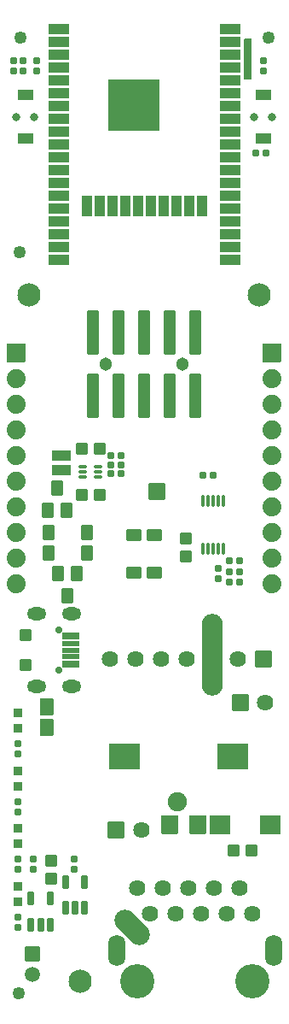
<source format=gbr>
%TF.GenerationSoftware,KiCad,Pcbnew,7.0.11-7.0.11~ubuntu22.04.1*%
%TF.CreationDate,2025-02-21T15:51:23+02:00*%
%TF.ProjectId,ESP32-PoE-ISO_Rev_M,45535033-322d-4506-9f45-2d49534f5f52,M*%
%TF.SameCoordinates,PX55f9470PYb36f0f0*%
%TF.FileFunction,Soldermask,Top*%
%TF.FilePolarity,Negative*%
%FSLAX46Y46*%
G04 Gerber Fmt 4.6, Leading zero omitted, Abs format (unit mm)*
G04 Created by KiCad (PCBNEW 7.0.11-7.0.11~ubuntu22.04.1) date 2025-02-21 15:51:23*
%MOMM*%
%LPD*%
G01*
G04 APERTURE LIST*
G04 Aperture macros list*
%AMRoundRect*
0 Rectangle with rounded corners*
0 $1 Rounding radius*
0 $2 $3 $4 $5 $6 $7 $8 $9 X,Y pos of 4 corners*
0 Add a 4 corners polygon primitive as box body*
4,1,4,$2,$3,$4,$5,$6,$7,$8,$9,$2,$3,0*
0 Add four circle primitives for the rounded corners*
1,1,$1+$1,$2,$3*
1,1,$1+$1,$4,$5*
1,1,$1+$1,$6,$7*
1,1,$1+$1,$8,$9*
0 Add four rect primitives between the rounded corners*
20,1,$1+$1,$2,$3,$4,$5,0*
20,1,$1+$1,$4,$5,$6,$7,0*
20,1,$1+$1,$6,$7,$8,$9,0*
20,1,$1+$1,$8,$9,$2,$3,0*%
%AMHorizOval*
0 Thick line with rounded ends*
0 $1 width*
0 $2 $3 position (X,Y) of the first rounded end (center of the circle)*
0 $4 $5 position (X,Y) of the second rounded end (center of the circle)*
0 Add line between two ends*
20,1,$1,$2,$3,$4,$5,0*
0 Add two circle primitives to create the rounded ends*
1,1,$1,$2,$3*
1,1,$1,$4,$5*%
G04 Aperture macros list end*
%ADD10C,1.254000*%
%ADD11RoundRect,0.050800X0.275000X-0.250000X0.275000X0.250000X-0.275000X0.250000X-0.275000X-0.250000X0*%
%ADD12RoundRect,0.050800X-0.275000X0.250000X-0.275000X-0.250000X0.275000X-0.250000X0.275000X0.250000X0*%
%ADD13C,0.801600*%
%ADD14RoundRect,0.050800X0.750000X-0.450000X0.750000X0.450000X-0.750000X0.450000X-0.750000X-0.450000X0*%
%ADD15RoundRect,0.050800X0.508000X-0.508000X0.508000X0.508000X-0.508000X0.508000X-0.508000X-0.508000X0*%
%ADD16RoundRect,0.050800X-0.275000X0.600000X-0.275000X-0.600000X0.275000X-0.600000X0.275000X0.600000X0*%
%ADD17RoundRect,0.050800X-0.400000X0.400000X-0.400000X-0.400000X0.400000X-0.400000X0.400000X0.400000X0*%
%ADD18RoundRect,0.050800X0.500000X-0.700000X0.500000X0.700000X-0.500000X0.700000X-0.500000X-0.700000X0*%
%ADD19RoundRect,0.050800X0.900000X-0.450000X0.900000X0.450000X-0.900000X0.450000X-0.900000X-0.450000X0*%
%ADD20RoundRect,0.050800X0.250000X0.275000X-0.250000X0.275000X-0.250000X-0.275000X0.250000X-0.275000X0*%
%ADD21RoundRect,0.050800X-0.250000X-0.275000X0.250000X-0.275000X0.250000X0.275000X-0.250000X0.275000X0*%
%ADD22RoundRect,0.050800X-0.508000X-0.508000X0.508000X-0.508000X0.508000X0.508000X-0.508000X0.508000X0*%
%ADD23RoundRect,0.050800X-0.350000X-0.125000X0.350000X-0.125000X0.350000X0.125000X-0.350000X0.125000X0*%
%ADD24RoundRect,0.050800X-0.635000X0.762000X-0.635000X-0.762000X0.635000X-0.762000X0.635000X0.762000X0*%
%ADD25RoundRect,0.050800X-0.500000X0.700000X-0.500000X-0.700000X0.500000X-0.700000X0.500000X0.700000X0*%
%ADD26HorizOval,2.101600X-0.707107X0.707107X0.707107X-0.707107X0*%
%ADD27RoundRect,0.050800X0.762000X0.762000X-0.762000X0.762000X-0.762000X-0.762000X0.762000X-0.762000X0*%
%ADD28C,1.625600*%
%ADD29RoundRect,0.050800X0.125000X0.500000X-0.125000X0.500000X-0.125000X-0.500000X0.125000X-0.500000X0*%
%ADD30RoundRect,0.050800X-0.700000X0.500000X-0.700000X-0.500000X0.700000X-0.500000X0.700000X0.500000X0*%
%ADD31RoundRect,0.050800X0.500000X0.700000X-0.500000X0.700000X-0.500000X-0.700000X0.500000X-0.700000X0*%
%ADD32RoundRect,0.050800X-0.500000X-0.700000X0.500000X-0.700000X0.500000X0.700000X-0.500000X0.700000X0*%
%ADD33C,0.701600*%
%ADD34O,1.901600X1.301600*%
%ADD35RoundRect,0.050800X-0.500000X0.550000X-0.500000X-0.550000X0.500000X-0.550000X0.500000X0.550000X0*%
%ADD36RoundRect,0.050800X-0.825000X0.250000X-0.825000X-0.250000X0.825000X-0.250000X0.825000X0.250000X0*%
%ADD37RoundRect,0.050800X-0.825000X0.162500X-0.825000X-0.162500X0.825000X-0.162500X0.825000X0.162500X0*%
%ADD38O,2.101600X8.101600*%
%ADD39C,3.401601*%
%ADD40O,1.701600X3.101599*%
%ADD41C,1.301600*%
%ADD42RoundRect,0.050800X0.500000X-2.125000X0.500000X2.125000X-0.500000X2.125000X-0.500000X-2.125000X0*%
%ADD43RoundRect,0.050800X-0.762000X-0.889000X0.762000X-0.889000X0.762000X0.889000X-0.762000X0.889000X0*%
%ADD44RoundRect,0.050800X-1.500000X-1.250000X1.500000X-1.250000X1.500000X1.250000X-1.500000X1.250000X0*%
%ADD45RoundRect,0.050800X-1.000000X-0.850000X1.000000X-0.850000X1.000000X0.850000X-1.000000X0.850000X0*%
%ADD46RoundRect,0.050800X-1.000000X-0.450000X1.000000X-0.450000X1.000000X0.450000X-1.000000X0.450000X0*%
%ADD47RoundRect,0.050800X-0.450000X-1.000000X0.450000X-1.000000X0.450000X1.000000X-0.450000X1.000000X0*%
%ADD48C,2.101600*%
%ADD49RoundRect,0.050800X-2.500000X-2.500000X2.500000X-2.500000X2.500000X2.500000X-2.500000X2.500000X0*%
%ADD50C,2.301600*%
%ADD51RoundRect,0.050800X-0.700000X0.700000X-0.700000X-0.700000X0.700000X-0.700000X0.700000X0.700000X0*%
%ADD52C,1.501600*%
%ADD53RoundRect,0.050800X-0.889000X0.889000X-0.889000X-0.889000X0.889000X-0.889000X0.889000X0.889000X0*%
%ADD54C,1.879600*%
%ADD55RoundRect,0.050800X0.800000X-0.800000X0.800000X0.800000X-0.800000X0.800000X-0.800000X-0.800000X0*%
%ADD56C,1.901600*%
G04 APERTURE END LIST*
D10*
%TO.C,FID3*%
X1500000Y1500000D03*
%TD*%
%TO.C,FID2*%
X26300000Y96200000D03*
%TD*%
D11*
%TO.C,R32*%
X3322000Y93916000D03*
D12*
X3322000Y92900000D03*
%TD*%
D13*
%TO.C,BUT1*%
X24909000Y88328000D03*
X26709000Y88328000D03*
D14*
X25809000Y86151000D03*
X25809000Y90505000D03*
%TD*%
D15*
%TO.C,C1*%
X4719000Y12890000D03*
X4719000Y14668000D03*
%TD*%
D16*
%TO.C,U3*%
X2753000Y8288000D03*
X3703000Y8288000D03*
X4653000Y8288000D03*
X4653000Y10888000D03*
X2753000Y10888000D03*
%TD*%
D12*
%TO.C,R6*%
X2941000Y13779000D03*
D11*
X2941000Y14795000D03*
%TD*%
D12*
%TO.C,R4*%
X1036000Y92900000D03*
D11*
X1036000Y93916000D03*
%TD*%
%TO.C,R9*%
X1925000Y93916000D03*
D12*
X1925000Y92900000D03*
%TD*%
D17*
%TO.C,CHRG1*%
X1417000Y10604000D03*
X1417000Y12128000D03*
%TD*%
%TO.C,PWR1*%
X1417000Y16319000D03*
X1417000Y17843000D03*
%TD*%
D11*
%TO.C,R5*%
X1417000Y14795000D03*
D12*
X1417000Y13779000D03*
%TD*%
D10*
%TO.C,FID1*%
X1700000Y96200000D03*
%TD*%
D13*
%TO.C,RST1*%
X1271000Y88328000D03*
X3071000Y88328000D03*
D14*
X2171000Y86151000D03*
X2171000Y90505000D03*
%TD*%
D12*
%TO.C,C11*%
X7005000Y13779000D03*
D11*
X7005000Y14795000D03*
%TD*%
D18*
%TO.C,FET1*%
X7319960Y43080440D03*
X5417500Y43080440D03*
X6372540Y40870640D03*
%TD*%
D19*
%TO.C,L2*%
X5750000Y53350000D03*
X5750000Y54750000D03*
%TD*%
D20*
%TO.C,R30*%
X10642000Y52950000D03*
D21*
X11658000Y52950000D03*
%TD*%
D20*
%TO.C,R29*%
X10642000Y53850000D03*
D21*
X11658000Y53850000D03*
%TD*%
D22*
%TO.C,C6*%
X7761000Y50850000D03*
X9539000Y50850000D03*
%TD*%
D23*
%TO.C,U7*%
X7900000Y53650000D03*
X7900000Y53150000D03*
X7900000Y52650000D03*
X9400000Y52650000D03*
X9400000Y53150000D03*
X9400000Y53650000D03*
%TD*%
D22*
%TO.C,C22*%
X7761000Y55450000D03*
X9539000Y55450000D03*
%TD*%
D11*
%TO.C,R14*%
X1417000Y20510000D03*
D12*
X1417000Y19494000D03*
%TD*%
D17*
%TO.C,LNK1*%
X1417000Y22034000D03*
X1417000Y23558000D03*
%TD*%
D11*
%TO.C,R15*%
X1417000Y26225000D03*
D12*
X1417000Y25209000D03*
%TD*%
D17*
%TO.C,ACT1*%
X1417000Y27749000D03*
X1417000Y29273000D03*
%TD*%
D24*
%TO.C,L3*%
X4338000Y29908000D03*
X4338000Y27876000D03*
%TD*%
D15*
%TO.C,C7*%
X18150000Y44761000D03*
X18150000Y46539000D03*
%TD*%
D25*
%TO.C,FET2*%
X4404040Y49374560D03*
X6306500Y49374560D03*
X5351460Y51584360D03*
%TD*%
D12*
%TO.C,R18*%
X21350000Y42542000D03*
D11*
X21350000Y43558000D03*
%TD*%
D26*
%TO.C,Drill_Slot3*%
X12821600Y8051300D03*
%TD*%
D27*
%TO.C,DCDC1*%
X25801000Y34607000D03*
D28*
X23261000Y34607000D03*
X18181000Y34607000D03*
X15641000Y34607000D03*
X13101000Y34607000D03*
X10561000Y34607000D03*
%TD*%
%TO.C,C27*%
X13716000Y17716000D03*
D27*
X11216000Y17716000D03*
%TD*%
D29*
%TO.C,U1*%
X21850000Y50300000D03*
X21350000Y50300000D03*
X20850000Y50300000D03*
X20350000Y50300000D03*
X19850000Y50300000D03*
X19850000Y45500000D03*
X20350000Y45500000D03*
X20850000Y45500000D03*
X21350000Y45500000D03*
X21850000Y45500000D03*
%TD*%
D11*
%TO.C,R19*%
X22450000Y43258000D03*
D12*
X22450000Y42242000D03*
%TD*%
D30*
%TO.C,D6*%
X12974000Y46921000D03*
X12974000Y43121000D03*
%TD*%
%TO.C,D7*%
X15006000Y46921000D03*
X15006000Y43121000D03*
%TD*%
D31*
%TO.C,D3*%
X8270000Y47180000D03*
X4470000Y47180000D03*
%TD*%
D32*
%TO.C,D1*%
X4470000Y45148000D03*
X8270000Y45148000D03*
%TD*%
D11*
%TO.C,R17*%
X23450000Y43258000D03*
D12*
X23450000Y42242000D03*
%TD*%
D33*
%TO.C,USB-UART1*%
X5476000Y33496000D03*
X5476000Y37496000D03*
D34*
X6796000Y31896000D03*
X6796000Y39096000D03*
X3326000Y31896000D03*
X3326000Y39096000D03*
D35*
X2176000Y33996000D03*
X2176000Y36996000D03*
D36*
X6726000Y36883500D03*
D37*
X6726000Y36146000D03*
X6726000Y35496000D03*
X6726000Y34846000D03*
D36*
X6726000Y34108500D03*
%TD*%
D38*
%TO.C,Drill_Slot1*%
X20721000Y35000000D03*
%TD*%
D16*
%TO.C,TVS1*%
X6182000Y9939000D03*
X7132000Y9939000D03*
X8082000Y9939000D03*
X8082000Y12539000D03*
X6182000Y12539000D03*
%TD*%
D39*
%TO.C,LAN_CON1*%
X13335000Y2707000D03*
X24765000Y2707000D03*
D40*
X11250000Y5757000D03*
X26850000Y5757000D03*
D28*
X13335000Y11897000D03*
X14605000Y9357000D03*
X15875000Y11897000D03*
X17145000Y9357000D03*
X18415000Y11897000D03*
X19685000Y9357000D03*
X20955000Y11897000D03*
X22225000Y9357000D03*
X23495000Y11897000D03*
X24765000Y9357000D03*
%TD*%
D41*
%TO.C,UEXT1*%
X10180000Y63817000D03*
X17800000Y63817000D03*
D42*
X8910000Y60692000D03*
X8910000Y66942000D03*
X11450000Y60692000D03*
X11450000Y66942000D03*
X13990000Y60692000D03*
X13990000Y66942000D03*
X16530000Y60692000D03*
X16530000Y66942000D03*
X19070000Y60692000D03*
X19070000Y66942000D03*
%TD*%
D20*
%TO.C,C8*%
X22442000Y44350000D03*
D21*
X23458000Y44350000D03*
%TD*%
D43*
%TO.C,R28*%
X16530000Y18224000D03*
X19324000Y18224000D03*
%TD*%
D44*
%TO.C,L4*%
X12069000Y24955000D03*
X22769000Y24955000D03*
%TD*%
D28*
%TO.C,C26*%
X26035000Y30289000D03*
D27*
X23535000Y30289000D03*
%TD*%
D12*
%TO.C,R47*%
X25801000Y92900000D03*
D11*
X25801000Y93916000D03*
%TD*%
%TO.C,R8*%
X1417000Y9080000D03*
D12*
X1417000Y8064000D03*
%TD*%
D22*
%TO.C,C24*%
X22880000Y15684000D03*
X24658000Y15684000D03*
%TD*%
D45*
%TO.C,D10*%
X21523000Y18224000D03*
X26523000Y18224000D03*
%TD*%
D46*
%TO.C,U6*%
X5490000Y96969000D03*
X5490000Y95699000D03*
X5490000Y94429000D03*
X5490000Y93159000D03*
X5490000Y91889000D03*
X5490000Y90619000D03*
X5490000Y89349000D03*
X5490000Y88079000D03*
X5490000Y86809000D03*
X5490000Y85539000D03*
X5490000Y84269000D03*
X5490000Y82999000D03*
X5490000Y81729000D03*
X5490000Y80459000D03*
X5490000Y79189000D03*
D47*
X8290000Y79459000D03*
D46*
X5490000Y77919000D03*
D47*
X9560000Y79459000D03*
D46*
X5490000Y76649000D03*
D47*
X10830000Y79459000D03*
D46*
X5490000Y75379000D03*
D47*
X12100000Y79459000D03*
D46*
X5490000Y74109000D03*
D47*
X13370000Y79459000D03*
X14640000Y79459000D03*
D46*
X22490000Y74109000D03*
D47*
X15910000Y79459000D03*
D46*
X22490000Y75379000D03*
D47*
X17180000Y79459000D03*
D46*
X22490000Y76649000D03*
D47*
X18450000Y79459000D03*
D46*
X22490000Y77919000D03*
D47*
X19720000Y79459000D03*
D46*
X22490000Y79189000D03*
X22490000Y80459000D03*
X22490000Y81729000D03*
X22490000Y82999000D03*
X22490000Y84269000D03*
X22490000Y85539000D03*
X22490000Y86809000D03*
X22490000Y88079000D03*
X22490000Y89349000D03*
X22490000Y90619000D03*
X22490000Y91889000D03*
X22490000Y93159000D03*
X22490000Y94429000D03*
X22490000Y95699000D03*
X22490000Y96969000D03*
D48*
X12990000Y89459000D03*
D49*
X12990000Y89459000D03*
%TD*%
D20*
%TO.C,R48*%
X25039000Y84772000D03*
D21*
X26055000Y84772000D03*
%TD*%
D50*
%TO.C,MH1*%
X7640000Y2730000D03*
%TD*%
%TO.C,MH2*%
X2560000Y70675000D03*
%TD*%
%TO.C,MH3*%
X25420000Y70675000D03*
%TD*%
D51*
%TO.C,BAT1*%
X2920680Y5409700D03*
D52*
X2923220Y3380240D03*
%TD*%
D21*
%TO.C,R43*%
X20858000Y52850000D03*
D20*
X19842000Y52850000D03*
%TD*%
%TO.C,C30*%
X10642000Y54750000D03*
D21*
X11658000Y54750000D03*
%TD*%
D10*
%TO.C,FID7*%
X1650000Y74900000D03*
%TD*%
D53*
%TO.C,EXT2*%
X26690000Y64930000D03*
D54*
X26690000Y62390000D03*
X26690000Y59850000D03*
X26690000Y57310000D03*
X26690000Y54770000D03*
X26690000Y52230000D03*
X26690000Y49690000D03*
X26690000Y47150000D03*
X26690000Y44610000D03*
X26690000Y42070000D03*
%TD*%
D53*
%TO.C,EXT1*%
X1290000Y64930000D03*
D54*
X1290000Y62390000D03*
X1290000Y59850000D03*
X1290000Y57310000D03*
X1290000Y54770000D03*
X1290000Y52230000D03*
X1290000Y49690000D03*
X1290000Y47150000D03*
X1290000Y44610000D03*
X1290000Y42070000D03*
%TD*%
D55*
%TO.C,U4*%
X15260000Y51244000D03*
%TD*%
D56*
%TO.C,U5*%
X17292000Y20504000D03*
%TD*%
G36*
X24616531Y96055787D02*
G01*
X24653076Y96005487D01*
X24658000Y95974400D01*
X24658000Y92111600D01*
X24638787Y92052469D01*
X24588487Y92015924D01*
X24557400Y92011000D01*
X23996600Y92011000D01*
X23937469Y92030213D01*
X23900924Y92080513D01*
X23896000Y92111600D01*
X23896000Y95974400D01*
X23915213Y96033531D01*
X23965513Y96070076D01*
X23996600Y96075000D01*
X24557400Y96075000D01*
X24616531Y96055787D01*
G37*
M02*

</source>
